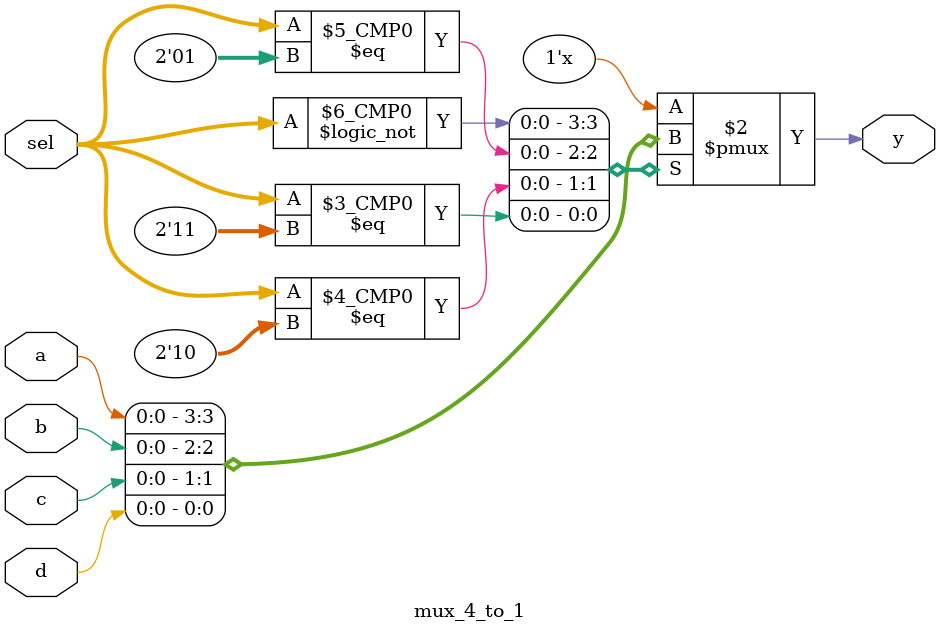
<source format=v>
`timescale 1ns / 1ps

module mux_4_to_1(
    input [1:0] sel,
    input a,
    input b,
    input c,
    input d,
    output reg y
    );
    
    reg data;
    
    always @(*) begin
        case(sel)
            2'b00 : y <= a;
            2'b01 : y <= b;
            2'b10 : y <= c;
            2'b11 : y <= d;
            default : y <= a;
        endcase
    end

endmodule

</source>
